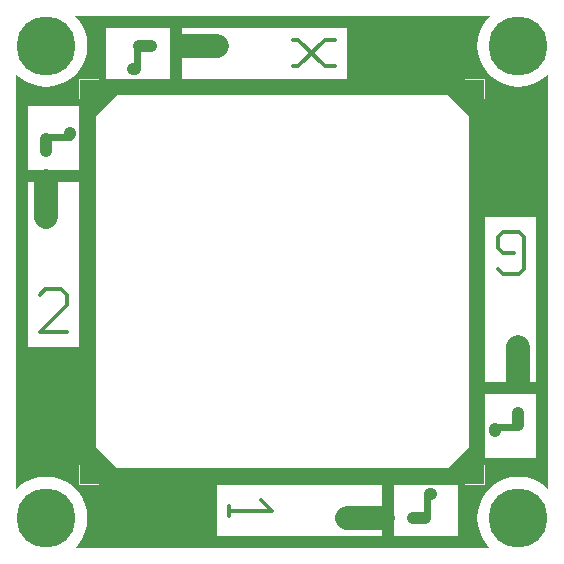
<source format=gbr>
G04 start of page 5 for group 3 idx 3 *
G04 Title: IrasCarrier, solder2 *
G04 Creator: pcb 1.99x *
G04 CreationDate: Di 16 Sep 2008 10:03:12 GMT UTC *
G04 For: stephan *
G04 Format: Gerber/RS-274X *
G04 PCB-Dimensions: 196850 196850 *
G04 PCB-Coordinate-Origin: lower left *
%MOIN*%
%FSLAX24Y24*%
%LNGROUP3*%
%ADD11C,0.0200*%
%ADD12C,0.0394*%
%ADD13C,0.0236*%
%ADD14C,0.0787*%
%ADD15C,0.0141*%
%ADD16C,0.1968*%
%ADD17C,0.1260*%
G54D11*G36*
X16574Y4055D02*Y3110D01*
X15944D01*
Y2992D01*
X15708D01*
Y3070D01*
X7677D01*
Y2992D01*
X3740D01*
Y3110D01*
X3110D01*
Y4055D01*
X3346D01*
X4055Y3346D01*
X15629D01*
X16338Y4055D01*
X16574D01*
G37*
G36*
X16850Y3346D02*Y3037D01*
X16830Y3024D01*
X16660Y2854D01*
X16523Y2657D01*
X16421Y2439D01*
X16359Y2207D01*
X16338Y1968D01*
X16359Y1729D01*
X16421Y1497D01*
X16523Y1279D01*
X16660Y1082D01*
X16759Y984D01*
X2925D01*
X3024Y1082D01*
X3161Y1279D01*
X3263Y1497D01*
X3325Y1729D01*
X3346Y1968D01*
X3325Y2207D01*
X3263Y2439D01*
X3161Y2657D01*
X3024Y2854D01*
X2854Y3024D01*
X2657Y3161D01*
X2598Y3189D01*
Y3346D01*
X3070D01*
Y3070D01*
X7677D01*
Y1378D01*
X15708D01*
Y3070D01*
X16614D01*
Y3346D01*
X16850D01*
G37*
G36*
X16377Y4015D02*Y3307D01*
X3307D01*
Y4015D01*
X3937D01*
X4330Y3622D01*
X15354D01*
X15748Y4015D01*
X16377D01*
G37*
G36*
X15669Y3307D02*Y3937D01*
X16063Y4330D01*
Y15354D01*
X15669Y15748D01*
Y16378D01*
X16377D01*
Y3307D01*
X15669D01*
G37*
G36*
X16338Y3110D02*X16338Y15629D01*
X15629Y16338D01*
Y16574D01*
X16574D01*
Y15944D01*
X16692D01*
Y12007D01*
X16614D01*
Y3976D01*
X16692D01*
Y3740D01*
X16574D01*
Y3110D01*
X16338D01*
G37*
G36*
Y2834D02*Y3070D01*
X16614D01*
Y3976D01*
X18307D01*
Y12007D01*
X16614D01*
Y16614D01*
X16338D01*
Y17086D01*
X16495D01*
X16523Y17027D01*
X16660Y16830D01*
X16830Y16660D01*
X17027Y16523D01*
X17245Y16421D01*
X17477Y16359D01*
X17716Y16338D01*
X17955Y16359D01*
X18187Y16421D01*
X18405Y16523D01*
X18602Y16660D01*
X18700Y16759D01*
Y2925D01*
X18602Y3024D01*
X18405Y3161D01*
X18187Y3263D01*
X17955Y3325D01*
X17716Y3346D01*
X17477Y3325D01*
X17245Y3263D01*
X17027Y3161D01*
X16830Y3024D01*
X16660Y2854D01*
X16647Y2834D01*
X16338D01*
G37*
G36*
X2834Y16338D02*Y16647D01*
X2854Y16660D01*
X3024Y16830D01*
X3161Y17027D01*
X3263Y17245D01*
X3325Y17477D01*
X3346Y17716D01*
X3325Y17955D01*
X3263Y18187D01*
X3161Y18405D01*
X3024Y18602D01*
X2925Y18700D01*
X16759D01*
X16660Y18602D01*
X16523Y18405D01*
X16421Y18187D01*
X16359Y17955D01*
X16338Y17716D01*
X16359Y17477D01*
X16421Y17245D01*
X16523Y17027D01*
X16660Y16830D01*
X16830Y16660D01*
X17027Y16523D01*
X17086Y16495D01*
Y16338D01*
X16614D01*
Y16614D01*
X12007D01*
Y18307D01*
X3976D01*
Y16614D01*
X3070D01*
Y16338D01*
X2834D01*
G37*
G36*
X3346Y16574D02*Y3110D01*
X3110D01*
Y3740D01*
X2992D01*
Y7677D01*
X3070D01*
Y15708D01*
X2992D01*
Y15944D01*
X3110D01*
Y16574D01*
X3346D01*
G37*
G36*
X3110Y15629D02*Y16574D01*
X3740D01*
Y16692D01*
X3976D01*
Y16614D01*
X12007D01*
Y16692D01*
X15944D01*
Y16574D01*
X16574D01*
Y16338D01*
X4055D01*
X3346Y15629D01*
X3110D01*
G37*
G36*
X3346Y16850D02*Y16614D01*
X3070D01*
Y15708D01*
X1378D01*
Y7677D01*
X3070D01*
Y3070D01*
X3346D01*
Y2598D01*
X3189D01*
X3161Y2657D01*
X3024Y2854D01*
X2854Y3024D01*
X2657Y3161D01*
X2439Y3263D01*
X2207Y3325D01*
X1968Y3346D01*
X1729Y3325D01*
X1497Y3263D01*
X1279Y3161D01*
X1082Y3024D01*
X984Y2925D01*
Y16759D01*
X1082Y16660D01*
X1279Y16523D01*
X1497Y16421D01*
X1729Y16359D01*
X1968Y16338D01*
X2207Y16359D01*
X2439Y16421D01*
X2657Y16523D01*
X2854Y16660D01*
X3024Y16830D01*
X3037Y16850D01*
X3346D01*
G37*
G36*
X4015Y16377D02*Y15748D01*
X3622Y15354D01*
Y4330D01*
X4015Y3937D01*
Y3307D01*
X3307D01*
Y16377D01*
X4015D01*
G37*
G36*
X3307Y15669D02*Y16377D01*
X16378D01*
Y15669D01*
X15748D01*
X15354Y16063D01*
X4330D01*
X3937Y15669D01*
X3307D01*
G37*
G54D14*X6496Y17716D02*X7677D01*
G54D12*X5078D02*X5472D01*
X6299Y18346D02*Y17716D01*
X17716Y5472D02*Y5078D01*
X16929Y4921D02*Y4881D01*
G54D13*X16929Y5000D02*X17716D01*
G54D12*X17755Y6299D02*X16574D01*
G54D13*X14685Y2755D02*Y1968D01*
G54D14*X12007D02*X13188D01*
G54D12*X14212D02*X14606D01*
X14763Y2755D02*X14803D01*
X13385Y1968D02*Y1338D01*
Y1968D02*Y3110D01*
G54D14*X17716Y7677D02*Y6496D01*
G54D12*Y6299D02*X18346D01*
X4921Y16929D02*X4881D01*
G54D13*X5000Y17716D02*Y16929D01*
G54D12*X6299Y16574D02*Y17755D01*
G54D13*X1968Y14685D02*X2755D01*
G54D14*X1968Y13188D02*Y12007D01*
G54D12*Y14606D02*Y14212D01*
X2755Y14803D02*Y14763D01*
X1338Y13385D02*X1968D01*
X3110D01*
G54D15*X10195Y17027D02*X10372D01*
X11254Y17910D01*
X11607D01*
X11254Y17027D02*X11607D01*
X11254D02*X10372Y17910D01*
X10195D02*X10372D01*
X1771Y9411D02*X1948Y9587D01*
X2477D01*
X2654Y9411D01*
Y9058D01*
X1771Y8175D02*X2654Y9058D01*
X1771Y8175D02*X2654D01*
X8077Y2382D02*Y2029D01*
Y2206D02*X9489D01*
X9136Y2559D02*X9489Y2206D01*
X17207Y10097D02*X17030Y10273D01*
X17207Y10097D02*X17736D01*
X17913Y10273D02*X17736Y10097D01*
X17913Y11332D02*Y10273D01*
Y11332D02*X17736Y11509D01*
X17207D02*X17736D01*
X17207D02*X17030Y11332D01*
Y10979D01*
X17207Y10803D02*X17030Y10979D01*
X17207Y10803D02*X17560D01*
G54D16*X1968Y17716D03*
X17716D03*
X1968Y1968D03*
X17716D03*
G54D17*M02*

</source>
